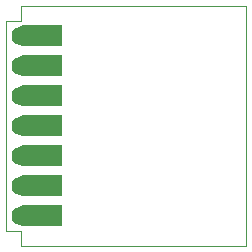
<source format=gbr>
%TF.GenerationSoftware,KiCad,Pcbnew,(5.1.9)-1*%
%TF.CreationDate,2021-06-01T10:14:56+02:00*%
%TF.ProjectId,14_Demi_Pont_H_99,31345f44-656d-4695-9f50-6f6e745f485f,rev?*%
%TF.SameCoordinates,Original*%
%TF.FileFunction,Soldermask,Bot*%
%TF.FilePolarity,Negative*%
%FSLAX46Y46*%
G04 Gerber Fmt 4.6, Leading zero omitted, Abs format (unit mm)*
G04 Created by KiCad (PCBNEW (5.1.9)-1) date 2021-06-01 10:14:56*
%MOMM*%
%LPD*%
G01*
G04 APERTURE LIST*
%TA.AperFunction,Profile*%
%ADD10C,0.050000*%
%TD*%
%ADD11C,1.624000*%
%ADD12C,0.100000*%
G04 APERTURE END LIST*
D10*
X115570000Y-60960000D02*
X120650000Y-60960000D01*
X115570000Y-81280000D02*
X120650000Y-81280000D01*
X101600000Y-62230000D02*
X101600000Y-60960000D01*
X100330000Y-62230000D02*
X101600000Y-62230000D01*
X100330000Y-67310000D02*
X100330000Y-62230000D01*
X100330000Y-72390000D02*
X100330000Y-67310000D01*
X120650000Y-60960000D02*
X120650000Y-81280000D01*
X101600000Y-60960000D02*
X115570000Y-60960000D01*
X101600000Y-80010000D02*
X101600000Y-81280000D01*
X100330000Y-80010000D02*
X101600000Y-80010000D01*
X115570000Y-81280000D02*
X101600000Y-81280000D01*
X100330000Y-80010000D02*
X100330000Y-72390000D01*
D11*
%TO.C,J5*%
X101600000Y-73660000D03*
D12*
G36*
X101939650Y-74559999D02*
G01*
X101927782Y-74559916D01*
X101924993Y-74559818D01*
X101842112Y-74554604D01*
X101837256Y-74554060D01*
X101755280Y-74540782D01*
X101750503Y-74539766D01*
X101670214Y-74518553D01*
X101665558Y-74517076D01*
X101587721Y-74488129D01*
X101583231Y-74486205D01*
X101508591Y-74449801D01*
X101504309Y-74447447D01*
X101433578Y-74403932D01*
X101429548Y-74401173D01*
X101363401Y-74350965D01*
X101359659Y-74347825D01*
X101298726Y-74291401D01*
X101295308Y-74287910D01*
X101240173Y-74225809D01*
X101237112Y-74222003D01*
X101188299Y-74154819D01*
X101185624Y-74150731D01*
X101143601Y-74079104D01*
X101141338Y-74074774D01*
X101106505Y-73999388D01*
X101104675Y-73994859D01*
X101077364Y-73916433D01*
X101075985Y-73911747D01*
X101056458Y-73831031D01*
X101055543Y-73826233D01*
X101043985Y-73743997D01*
X101043542Y-73739131D01*
X101040065Y-73656159D01*
X101040099Y-73651275D01*
X101044734Y-73568360D01*
X101045245Y-73563501D01*
X101057950Y-73481434D01*
X101058932Y-73476650D01*
X101079584Y-73396214D01*
X101081028Y-73391547D01*
X101109431Y-73313511D01*
X101111324Y-73309008D01*
X101147207Y-73234115D01*
X101149531Y-73229818D01*
X101192550Y-73158785D01*
X101195282Y-73154735D01*
X101245028Y-73088239D01*
X101248141Y-73084475D01*
X101304138Y-73023150D01*
X101307604Y-73019708D01*
X101369318Y-72964140D01*
X101373104Y-72961052D01*
X101439946Y-72911772D01*
X101444015Y-72909069D01*
X101515347Y-72866547D01*
X101519660Y-72864254D01*
X101594801Y-72828895D01*
X101599317Y-72827033D01*
X101677550Y-72799175D01*
X101682227Y-72797763D01*
X101762805Y-72777673D01*
X101767597Y-72776724D01*
X101849751Y-72764593D01*
X101854612Y-72764117D01*
X101937557Y-72760060D01*
X101940000Y-72760000D01*
X104990000Y-72760000D01*
X104999755Y-72760961D01*
X105009134Y-72763806D01*
X105017779Y-72768427D01*
X105025355Y-72774645D01*
X105031573Y-72782221D01*
X105036194Y-72790866D01*
X105039039Y-72800245D01*
X105040000Y-72810000D01*
X105040000Y-74510000D01*
X105039039Y-74519755D01*
X105036194Y-74529134D01*
X105031573Y-74537779D01*
X105025355Y-74545355D01*
X105017779Y-74551573D01*
X105009134Y-74556194D01*
X104999755Y-74559039D01*
X104990000Y-74560000D01*
X101940000Y-74560000D01*
X101939650Y-74559999D01*
G37*
%TD*%
D11*
%TO.C,J4*%
X101600000Y-63500000D03*
D12*
G36*
X101939650Y-64399999D02*
G01*
X101927782Y-64399916D01*
X101924993Y-64399818D01*
X101842112Y-64394604D01*
X101837256Y-64394060D01*
X101755280Y-64380782D01*
X101750503Y-64379766D01*
X101670214Y-64358553D01*
X101665558Y-64357076D01*
X101587721Y-64328129D01*
X101583231Y-64326205D01*
X101508591Y-64289801D01*
X101504309Y-64287447D01*
X101433578Y-64243932D01*
X101429548Y-64241173D01*
X101363401Y-64190965D01*
X101359659Y-64187825D01*
X101298726Y-64131401D01*
X101295308Y-64127910D01*
X101240173Y-64065809D01*
X101237112Y-64062003D01*
X101188299Y-63994819D01*
X101185624Y-63990731D01*
X101143601Y-63919104D01*
X101141338Y-63914774D01*
X101106505Y-63839388D01*
X101104675Y-63834859D01*
X101077364Y-63756433D01*
X101075985Y-63751747D01*
X101056458Y-63671031D01*
X101055543Y-63666233D01*
X101043985Y-63583997D01*
X101043542Y-63579131D01*
X101040065Y-63496159D01*
X101040099Y-63491275D01*
X101044734Y-63408360D01*
X101045245Y-63403501D01*
X101057950Y-63321434D01*
X101058932Y-63316650D01*
X101079584Y-63236214D01*
X101081028Y-63231547D01*
X101109431Y-63153511D01*
X101111324Y-63149008D01*
X101147207Y-63074115D01*
X101149531Y-63069818D01*
X101192550Y-62998785D01*
X101195282Y-62994735D01*
X101245028Y-62928239D01*
X101248141Y-62924475D01*
X101304138Y-62863150D01*
X101307604Y-62859708D01*
X101369318Y-62804140D01*
X101373104Y-62801052D01*
X101439946Y-62751772D01*
X101444015Y-62749069D01*
X101515347Y-62706547D01*
X101519660Y-62704254D01*
X101594801Y-62668895D01*
X101599317Y-62667033D01*
X101677550Y-62639175D01*
X101682227Y-62637763D01*
X101762805Y-62617673D01*
X101767597Y-62616724D01*
X101849751Y-62604593D01*
X101854612Y-62604117D01*
X101937557Y-62600060D01*
X101940000Y-62600000D01*
X104990000Y-62600000D01*
X104999755Y-62600961D01*
X105009134Y-62603806D01*
X105017779Y-62608427D01*
X105025355Y-62614645D01*
X105031573Y-62622221D01*
X105036194Y-62630866D01*
X105039039Y-62640245D01*
X105040000Y-62650000D01*
X105040000Y-64350000D01*
X105039039Y-64359755D01*
X105036194Y-64369134D01*
X105031573Y-64377779D01*
X105025355Y-64385355D01*
X105017779Y-64391573D01*
X105009134Y-64396194D01*
X104999755Y-64399039D01*
X104990000Y-64400000D01*
X101940000Y-64400000D01*
X101939650Y-64399999D01*
G37*
%TD*%
D11*
%TO.C,J6*%
X101600000Y-76200000D03*
D12*
G36*
X101939650Y-77099999D02*
G01*
X101927782Y-77099916D01*
X101924993Y-77099818D01*
X101842112Y-77094604D01*
X101837256Y-77094060D01*
X101755280Y-77080782D01*
X101750503Y-77079766D01*
X101670214Y-77058553D01*
X101665558Y-77057076D01*
X101587721Y-77028129D01*
X101583231Y-77026205D01*
X101508591Y-76989801D01*
X101504309Y-76987447D01*
X101433578Y-76943932D01*
X101429548Y-76941173D01*
X101363401Y-76890965D01*
X101359659Y-76887825D01*
X101298726Y-76831401D01*
X101295308Y-76827910D01*
X101240173Y-76765809D01*
X101237112Y-76762003D01*
X101188299Y-76694819D01*
X101185624Y-76690731D01*
X101143601Y-76619104D01*
X101141338Y-76614774D01*
X101106505Y-76539388D01*
X101104675Y-76534859D01*
X101077364Y-76456433D01*
X101075985Y-76451747D01*
X101056458Y-76371031D01*
X101055543Y-76366233D01*
X101043985Y-76283997D01*
X101043542Y-76279131D01*
X101040065Y-76196159D01*
X101040099Y-76191275D01*
X101044734Y-76108360D01*
X101045245Y-76103501D01*
X101057950Y-76021434D01*
X101058932Y-76016650D01*
X101079584Y-75936214D01*
X101081028Y-75931547D01*
X101109431Y-75853511D01*
X101111324Y-75849008D01*
X101147207Y-75774115D01*
X101149531Y-75769818D01*
X101192550Y-75698785D01*
X101195282Y-75694735D01*
X101245028Y-75628239D01*
X101248141Y-75624475D01*
X101304138Y-75563150D01*
X101307604Y-75559708D01*
X101369318Y-75504140D01*
X101373104Y-75501052D01*
X101439946Y-75451772D01*
X101444015Y-75449069D01*
X101515347Y-75406547D01*
X101519660Y-75404254D01*
X101594801Y-75368895D01*
X101599317Y-75367033D01*
X101677550Y-75339175D01*
X101682227Y-75337763D01*
X101762805Y-75317673D01*
X101767597Y-75316724D01*
X101849751Y-75304593D01*
X101854612Y-75304117D01*
X101937557Y-75300060D01*
X101940000Y-75300000D01*
X104990000Y-75300000D01*
X104999755Y-75300961D01*
X105009134Y-75303806D01*
X105017779Y-75308427D01*
X105025355Y-75314645D01*
X105031573Y-75322221D01*
X105036194Y-75330866D01*
X105039039Y-75340245D01*
X105040000Y-75350000D01*
X105040000Y-77050000D01*
X105039039Y-77059755D01*
X105036194Y-77069134D01*
X105031573Y-77077779D01*
X105025355Y-77085355D01*
X105017779Y-77091573D01*
X105009134Y-77096194D01*
X104999755Y-77099039D01*
X104990000Y-77100000D01*
X101940000Y-77100000D01*
X101939650Y-77099999D01*
G37*
%TD*%
D11*
%TO.C,J3*%
X101600000Y-71120000D03*
D12*
G36*
X101939650Y-72019999D02*
G01*
X101927782Y-72019916D01*
X101924993Y-72019818D01*
X101842112Y-72014604D01*
X101837256Y-72014060D01*
X101755280Y-72000782D01*
X101750503Y-71999766D01*
X101670214Y-71978553D01*
X101665558Y-71977076D01*
X101587721Y-71948129D01*
X101583231Y-71946205D01*
X101508591Y-71909801D01*
X101504309Y-71907447D01*
X101433578Y-71863932D01*
X101429548Y-71861173D01*
X101363401Y-71810965D01*
X101359659Y-71807825D01*
X101298726Y-71751401D01*
X101295308Y-71747910D01*
X101240173Y-71685809D01*
X101237112Y-71682003D01*
X101188299Y-71614819D01*
X101185624Y-71610731D01*
X101143601Y-71539104D01*
X101141338Y-71534774D01*
X101106505Y-71459388D01*
X101104675Y-71454859D01*
X101077364Y-71376433D01*
X101075985Y-71371747D01*
X101056458Y-71291031D01*
X101055543Y-71286233D01*
X101043985Y-71203997D01*
X101043542Y-71199131D01*
X101040065Y-71116159D01*
X101040099Y-71111275D01*
X101044734Y-71028360D01*
X101045245Y-71023501D01*
X101057950Y-70941434D01*
X101058932Y-70936650D01*
X101079584Y-70856214D01*
X101081028Y-70851547D01*
X101109431Y-70773511D01*
X101111324Y-70769008D01*
X101147207Y-70694115D01*
X101149531Y-70689818D01*
X101192550Y-70618785D01*
X101195282Y-70614735D01*
X101245028Y-70548239D01*
X101248141Y-70544475D01*
X101304138Y-70483150D01*
X101307604Y-70479708D01*
X101369318Y-70424140D01*
X101373104Y-70421052D01*
X101439946Y-70371772D01*
X101444015Y-70369069D01*
X101515347Y-70326547D01*
X101519660Y-70324254D01*
X101594801Y-70288895D01*
X101599317Y-70287033D01*
X101677550Y-70259175D01*
X101682227Y-70257763D01*
X101762805Y-70237673D01*
X101767597Y-70236724D01*
X101849751Y-70224593D01*
X101854612Y-70224117D01*
X101937557Y-70220060D01*
X101940000Y-70220000D01*
X104990000Y-70220000D01*
X104999755Y-70220961D01*
X105009134Y-70223806D01*
X105017779Y-70228427D01*
X105025355Y-70234645D01*
X105031573Y-70242221D01*
X105036194Y-70250866D01*
X105039039Y-70260245D01*
X105040000Y-70270000D01*
X105040000Y-71970000D01*
X105039039Y-71979755D01*
X105036194Y-71989134D01*
X105031573Y-71997779D01*
X105025355Y-72005355D01*
X105017779Y-72011573D01*
X105009134Y-72016194D01*
X104999755Y-72019039D01*
X104990000Y-72020000D01*
X101940000Y-72020000D01*
X101939650Y-72019999D01*
G37*
%TD*%
D11*
%TO.C,J1*%
X101600000Y-66040000D03*
D12*
G36*
X101939650Y-66939999D02*
G01*
X101927782Y-66939916D01*
X101924993Y-66939818D01*
X101842112Y-66934604D01*
X101837256Y-66934060D01*
X101755280Y-66920782D01*
X101750503Y-66919766D01*
X101670214Y-66898553D01*
X101665558Y-66897076D01*
X101587721Y-66868129D01*
X101583231Y-66866205D01*
X101508591Y-66829801D01*
X101504309Y-66827447D01*
X101433578Y-66783932D01*
X101429548Y-66781173D01*
X101363401Y-66730965D01*
X101359659Y-66727825D01*
X101298726Y-66671401D01*
X101295308Y-66667910D01*
X101240173Y-66605809D01*
X101237112Y-66602003D01*
X101188299Y-66534819D01*
X101185624Y-66530731D01*
X101143601Y-66459104D01*
X101141338Y-66454774D01*
X101106505Y-66379388D01*
X101104675Y-66374859D01*
X101077364Y-66296433D01*
X101075985Y-66291747D01*
X101056458Y-66211031D01*
X101055543Y-66206233D01*
X101043985Y-66123997D01*
X101043542Y-66119131D01*
X101040065Y-66036159D01*
X101040099Y-66031275D01*
X101044734Y-65948360D01*
X101045245Y-65943501D01*
X101057950Y-65861434D01*
X101058932Y-65856650D01*
X101079584Y-65776214D01*
X101081028Y-65771547D01*
X101109431Y-65693511D01*
X101111324Y-65689008D01*
X101147207Y-65614115D01*
X101149531Y-65609818D01*
X101192550Y-65538785D01*
X101195282Y-65534735D01*
X101245028Y-65468239D01*
X101248141Y-65464475D01*
X101304138Y-65403150D01*
X101307604Y-65399708D01*
X101369318Y-65344140D01*
X101373104Y-65341052D01*
X101439946Y-65291772D01*
X101444015Y-65289069D01*
X101515347Y-65246547D01*
X101519660Y-65244254D01*
X101594801Y-65208895D01*
X101599317Y-65207033D01*
X101677550Y-65179175D01*
X101682227Y-65177763D01*
X101762805Y-65157673D01*
X101767597Y-65156724D01*
X101849751Y-65144593D01*
X101854612Y-65144117D01*
X101937557Y-65140060D01*
X101940000Y-65140000D01*
X104990000Y-65140000D01*
X104999755Y-65140961D01*
X105009134Y-65143806D01*
X105017779Y-65148427D01*
X105025355Y-65154645D01*
X105031573Y-65162221D01*
X105036194Y-65170866D01*
X105039039Y-65180245D01*
X105040000Y-65190000D01*
X105040000Y-66890000D01*
X105039039Y-66899755D01*
X105036194Y-66909134D01*
X105031573Y-66917779D01*
X105025355Y-66925355D01*
X105017779Y-66931573D01*
X105009134Y-66936194D01*
X104999755Y-66939039D01*
X104990000Y-66940000D01*
X101940000Y-66940000D01*
X101939650Y-66939999D01*
G37*
%TD*%
D11*
%TO.C,J2*%
X101600000Y-68580000D03*
D12*
G36*
X101939650Y-69479999D02*
G01*
X101927782Y-69479916D01*
X101924993Y-69479818D01*
X101842112Y-69474604D01*
X101837256Y-69474060D01*
X101755280Y-69460782D01*
X101750503Y-69459766D01*
X101670214Y-69438553D01*
X101665558Y-69437076D01*
X101587721Y-69408129D01*
X101583231Y-69406205D01*
X101508591Y-69369801D01*
X101504309Y-69367447D01*
X101433578Y-69323932D01*
X101429548Y-69321173D01*
X101363401Y-69270965D01*
X101359659Y-69267825D01*
X101298726Y-69211401D01*
X101295308Y-69207910D01*
X101240173Y-69145809D01*
X101237112Y-69142003D01*
X101188299Y-69074819D01*
X101185624Y-69070731D01*
X101143601Y-68999104D01*
X101141338Y-68994774D01*
X101106505Y-68919388D01*
X101104675Y-68914859D01*
X101077364Y-68836433D01*
X101075985Y-68831747D01*
X101056458Y-68751031D01*
X101055543Y-68746233D01*
X101043985Y-68663997D01*
X101043542Y-68659131D01*
X101040065Y-68576159D01*
X101040099Y-68571275D01*
X101044734Y-68488360D01*
X101045245Y-68483501D01*
X101057950Y-68401434D01*
X101058932Y-68396650D01*
X101079584Y-68316214D01*
X101081028Y-68311547D01*
X101109431Y-68233511D01*
X101111324Y-68229008D01*
X101147207Y-68154115D01*
X101149531Y-68149818D01*
X101192550Y-68078785D01*
X101195282Y-68074735D01*
X101245028Y-68008239D01*
X101248141Y-68004475D01*
X101304138Y-67943150D01*
X101307604Y-67939708D01*
X101369318Y-67884140D01*
X101373104Y-67881052D01*
X101439946Y-67831772D01*
X101444015Y-67829069D01*
X101515347Y-67786547D01*
X101519660Y-67784254D01*
X101594801Y-67748895D01*
X101599317Y-67747033D01*
X101677550Y-67719175D01*
X101682227Y-67717763D01*
X101762805Y-67697673D01*
X101767597Y-67696724D01*
X101849751Y-67684593D01*
X101854612Y-67684117D01*
X101937557Y-67680060D01*
X101940000Y-67680000D01*
X104990000Y-67680000D01*
X104999755Y-67680961D01*
X105009134Y-67683806D01*
X105017779Y-67688427D01*
X105025355Y-67694645D01*
X105031573Y-67702221D01*
X105036194Y-67710866D01*
X105039039Y-67720245D01*
X105040000Y-67730000D01*
X105040000Y-69430000D01*
X105039039Y-69439755D01*
X105036194Y-69449134D01*
X105031573Y-69457779D01*
X105025355Y-69465355D01*
X105017779Y-69471573D01*
X105009134Y-69476194D01*
X104999755Y-69479039D01*
X104990000Y-69480000D01*
X101940000Y-69480000D01*
X101939650Y-69479999D01*
G37*
%TD*%
D11*
%TO.C,J7*%
X101600000Y-78740000D03*
D12*
G36*
X101939650Y-79639999D02*
G01*
X101927782Y-79639916D01*
X101924993Y-79639818D01*
X101842112Y-79634604D01*
X101837256Y-79634060D01*
X101755280Y-79620782D01*
X101750503Y-79619766D01*
X101670214Y-79598553D01*
X101665558Y-79597076D01*
X101587721Y-79568129D01*
X101583231Y-79566205D01*
X101508591Y-79529801D01*
X101504309Y-79527447D01*
X101433578Y-79483932D01*
X101429548Y-79481173D01*
X101363401Y-79430965D01*
X101359659Y-79427825D01*
X101298726Y-79371401D01*
X101295308Y-79367910D01*
X101240173Y-79305809D01*
X101237112Y-79302003D01*
X101188299Y-79234819D01*
X101185624Y-79230731D01*
X101143601Y-79159104D01*
X101141338Y-79154774D01*
X101106505Y-79079388D01*
X101104675Y-79074859D01*
X101077364Y-78996433D01*
X101075985Y-78991747D01*
X101056458Y-78911031D01*
X101055543Y-78906233D01*
X101043985Y-78823997D01*
X101043542Y-78819131D01*
X101040065Y-78736159D01*
X101040099Y-78731275D01*
X101044734Y-78648360D01*
X101045245Y-78643501D01*
X101057950Y-78561434D01*
X101058932Y-78556650D01*
X101079584Y-78476214D01*
X101081028Y-78471547D01*
X101109431Y-78393511D01*
X101111324Y-78389008D01*
X101147207Y-78314115D01*
X101149531Y-78309818D01*
X101192550Y-78238785D01*
X101195282Y-78234735D01*
X101245028Y-78168239D01*
X101248141Y-78164475D01*
X101304138Y-78103150D01*
X101307604Y-78099708D01*
X101369318Y-78044140D01*
X101373104Y-78041052D01*
X101439946Y-77991772D01*
X101444015Y-77989069D01*
X101515347Y-77946547D01*
X101519660Y-77944254D01*
X101594801Y-77908895D01*
X101599317Y-77907033D01*
X101677550Y-77879175D01*
X101682227Y-77877763D01*
X101762805Y-77857673D01*
X101767597Y-77856724D01*
X101849751Y-77844593D01*
X101854612Y-77844117D01*
X101937557Y-77840060D01*
X101940000Y-77840000D01*
X104990000Y-77840000D01*
X104999755Y-77840961D01*
X105009134Y-77843806D01*
X105017779Y-77848427D01*
X105025355Y-77854645D01*
X105031573Y-77862221D01*
X105036194Y-77870866D01*
X105039039Y-77880245D01*
X105040000Y-77890000D01*
X105040000Y-79590000D01*
X105039039Y-79599755D01*
X105036194Y-79609134D01*
X105031573Y-79617779D01*
X105025355Y-79625355D01*
X105017779Y-79631573D01*
X105009134Y-79636194D01*
X104999755Y-79639039D01*
X104990000Y-79640000D01*
X101940000Y-79640000D01*
X101939650Y-79639999D01*
G37*
%TD*%
M02*

</source>
